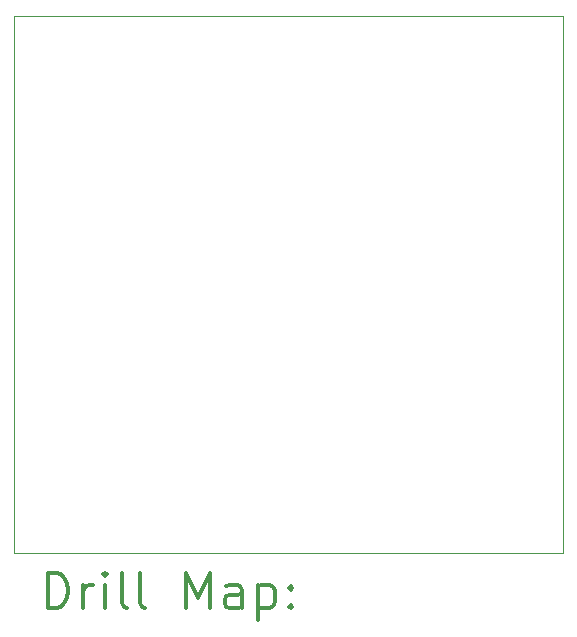
<source format=gbr>
%FSLAX45Y45*%
G04 Gerber Fmt 4.5, Leading zero omitted, Abs format (unit mm)*
G04 Created by KiCad (PCBNEW 5.1.10) date 2021-10-22 01:19:01*
%MOMM*%
%LPD*%
G01*
G04 APERTURE LIST*
%TA.AperFunction,Profile*%
%ADD10C,0.050000*%
%TD*%
%ADD11C,0.200000*%
%ADD12C,0.300000*%
G04 APERTURE END LIST*
D10*
X3650000Y-4450000D02*
X8300000Y-4450000D01*
X3650000Y-9000000D02*
X3650000Y-4450000D01*
X8300000Y-9000000D02*
X3650000Y-9000000D01*
X8300000Y-4450000D02*
X8300000Y-9000000D01*
D11*
D12*
X3933928Y-9468214D02*
X3933928Y-9168214D01*
X4005357Y-9168214D01*
X4048214Y-9182500D01*
X4076786Y-9211072D01*
X4091071Y-9239643D01*
X4105357Y-9296786D01*
X4105357Y-9339643D01*
X4091071Y-9396786D01*
X4076786Y-9425357D01*
X4048214Y-9453929D01*
X4005357Y-9468214D01*
X3933928Y-9468214D01*
X4233928Y-9468214D02*
X4233928Y-9268214D01*
X4233928Y-9325357D02*
X4248214Y-9296786D01*
X4262500Y-9282500D01*
X4291071Y-9268214D01*
X4319643Y-9268214D01*
X4419643Y-9468214D02*
X4419643Y-9268214D01*
X4419643Y-9168214D02*
X4405357Y-9182500D01*
X4419643Y-9196786D01*
X4433928Y-9182500D01*
X4419643Y-9168214D01*
X4419643Y-9196786D01*
X4605357Y-9468214D02*
X4576786Y-9453929D01*
X4562500Y-9425357D01*
X4562500Y-9168214D01*
X4762500Y-9468214D02*
X4733928Y-9453929D01*
X4719643Y-9425357D01*
X4719643Y-9168214D01*
X5105357Y-9468214D02*
X5105357Y-9168214D01*
X5205357Y-9382500D01*
X5305357Y-9168214D01*
X5305357Y-9468214D01*
X5576786Y-9468214D02*
X5576786Y-9311072D01*
X5562500Y-9282500D01*
X5533928Y-9268214D01*
X5476786Y-9268214D01*
X5448214Y-9282500D01*
X5576786Y-9453929D02*
X5548214Y-9468214D01*
X5476786Y-9468214D01*
X5448214Y-9453929D01*
X5433928Y-9425357D01*
X5433928Y-9396786D01*
X5448214Y-9368214D01*
X5476786Y-9353929D01*
X5548214Y-9353929D01*
X5576786Y-9339643D01*
X5719643Y-9268214D02*
X5719643Y-9568214D01*
X5719643Y-9282500D02*
X5748214Y-9268214D01*
X5805357Y-9268214D01*
X5833928Y-9282500D01*
X5848214Y-9296786D01*
X5862500Y-9325357D01*
X5862500Y-9411072D01*
X5848214Y-9439643D01*
X5833928Y-9453929D01*
X5805357Y-9468214D01*
X5748214Y-9468214D01*
X5719643Y-9453929D01*
X5991071Y-9439643D02*
X6005357Y-9453929D01*
X5991071Y-9468214D01*
X5976786Y-9453929D01*
X5991071Y-9439643D01*
X5991071Y-9468214D01*
X5991071Y-9282500D02*
X6005357Y-9296786D01*
X5991071Y-9311072D01*
X5976786Y-9296786D01*
X5991071Y-9282500D01*
X5991071Y-9311072D01*
M02*

</source>
